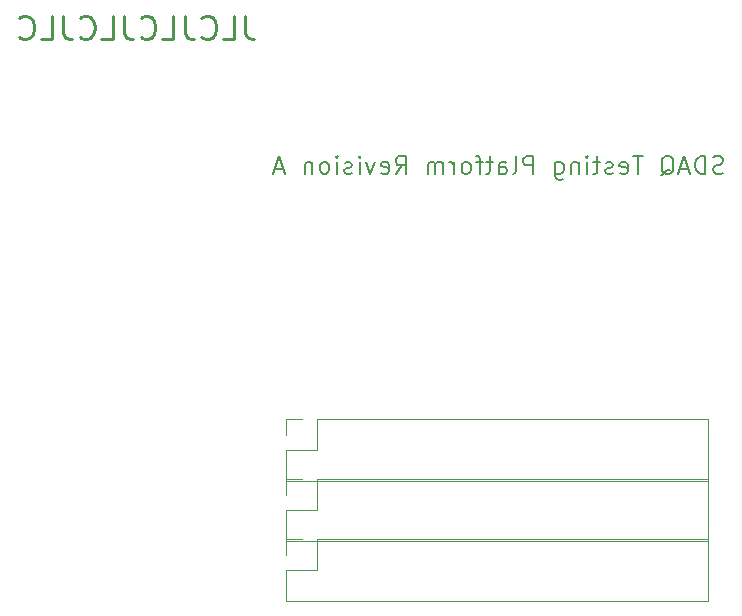
<source format=gbr>
%TF.GenerationSoftware,KiCad,Pcbnew,(5.1.9)-1*%
%TF.CreationDate,2022-02-04T12:49:55-05:00*%
%TF.ProjectId,Breadboard-Testbed,42726561-6462-46f6-9172-642d54657374,rev?*%
%TF.SameCoordinates,Original*%
%TF.FileFunction,Legend,Bot*%
%TF.FilePolarity,Positive*%
%FSLAX46Y46*%
G04 Gerber Fmt 4.6, Leading zero omitted, Abs format (unit mm)*
G04 Created by KiCad (PCBNEW (5.1.9)-1) date 2022-02-04 12:49:55*
%MOMM*%
%LPD*%
G01*
G04 APERTURE LIST*
%ADD10C,0.200000*%
%ADD11C,0.250000*%
%ADD12C,0.120000*%
G04 APERTURE END LIST*
D10*
X221656285Y-86776642D02*
X221442000Y-86848071D01*
X221084857Y-86848071D01*
X220942000Y-86776642D01*
X220870571Y-86705214D01*
X220799142Y-86562357D01*
X220799142Y-86419500D01*
X220870571Y-86276642D01*
X220942000Y-86205214D01*
X221084857Y-86133785D01*
X221370571Y-86062357D01*
X221513428Y-85990928D01*
X221584857Y-85919500D01*
X221656285Y-85776642D01*
X221656285Y-85633785D01*
X221584857Y-85490928D01*
X221513428Y-85419500D01*
X221370571Y-85348071D01*
X221013428Y-85348071D01*
X220799142Y-85419500D01*
X220156285Y-86848071D02*
X220156285Y-85348071D01*
X219799142Y-85348071D01*
X219584857Y-85419500D01*
X219442000Y-85562357D01*
X219370571Y-85705214D01*
X219299142Y-85990928D01*
X219299142Y-86205214D01*
X219370571Y-86490928D01*
X219442000Y-86633785D01*
X219584857Y-86776642D01*
X219799142Y-86848071D01*
X220156285Y-86848071D01*
X218727714Y-86419500D02*
X218013428Y-86419500D01*
X218870571Y-86848071D02*
X218370571Y-85348071D01*
X217870571Y-86848071D01*
X216370571Y-86990928D02*
X216513428Y-86919500D01*
X216656285Y-86776642D01*
X216870571Y-86562357D01*
X217013428Y-86490928D01*
X217156285Y-86490928D01*
X217084857Y-86848071D02*
X217227714Y-86776642D01*
X217370571Y-86633785D01*
X217442000Y-86348071D01*
X217442000Y-85848071D01*
X217370571Y-85562357D01*
X217227714Y-85419500D01*
X217084857Y-85348071D01*
X216799142Y-85348071D01*
X216656285Y-85419500D01*
X216513428Y-85562357D01*
X216442000Y-85848071D01*
X216442000Y-86348071D01*
X216513428Y-86633785D01*
X216656285Y-86776642D01*
X216799142Y-86848071D01*
X217084857Y-86848071D01*
X214870571Y-85348071D02*
X214013428Y-85348071D01*
X214442000Y-86848071D02*
X214442000Y-85348071D01*
X212942000Y-86776642D02*
X213084857Y-86848071D01*
X213370571Y-86848071D01*
X213513428Y-86776642D01*
X213584857Y-86633785D01*
X213584857Y-86062357D01*
X213513428Y-85919500D01*
X213370571Y-85848071D01*
X213084857Y-85848071D01*
X212942000Y-85919500D01*
X212870571Y-86062357D01*
X212870571Y-86205214D01*
X213584857Y-86348071D01*
X212299142Y-86776642D02*
X212156285Y-86848071D01*
X211870571Y-86848071D01*
X211727714Y-86776642D01*
X211656285Y-86633785D01*
X211656285Y-86562357D01*
X211727714Y-86419500D01*
X211870571Y-86348071D01*
X212084857Y-86348071D01*
X212227714Y-86276642D01*
X212299142Y-86133785D01*
X212299142Y-86062357D01*
X212227714Y-85919500D01*
X212084857Y-85848071D01*
X211870571Y-85848071D01*
X211727714Y-85919500D01*
X211227714Y-85848071D02*
X210656285Y-85848071D01*
X211013428Y-85348071D02*
X211013428Y-86633785D01*
X210942000Y-86776642D01*
X210799142Y-86848071D01*
X210656285Y-86848071D01*
X210156285Y-86848071D02*
X210156285Y-85848071D01*
X210156285Y-85348071D02*
X210227714Y-85419500D01*
X210156285Y-85490928D01*
X210084857Y-85419500D01*
X210156285Y-85348071D01*
X210156285Y-85490928D01*
X209442000Y-85848071D02*
X209442000Y-86848071D01*
X209442000Y-85990928D02*
X209370571Y-85919500D01*
X209227714Y-85848071D01*
X209013428Y-85848071D01*
X208870571Y-85919500D01*
X208799142Y-86062357D01*
X208799142Y-86848071D01*
X207442000Y-85848071D02*
X207442000Y-87062357D01*
X207513428Y-87205214D01*
X207584857Y-87276642D01*
X207727714Y-87348071D01*
X207942000Y-87348071D01*
X208084857Y-87276642D01*
X207442000Y-86776642D02*
X207584857Y-86848071D01*
X207870571Y-86848071D01*
X208013428Y-86776642D01*
X208084857Y-86705214D01*
X208156285Y-86562357D01*
X208156285Y-86133785D01*
X208084857Y-85990928D01*
X208013428Y-85919500D01*
X207870571Y-85848071D01*
X207584857Y-85848071D01*
X207442000Y-85919500D01*
X205584857Y-86848071D02*
X205584857Y-85348071D01*
X205013428Y-85348071D01*
X204870571Y-85419500D01*
X204799142Y-85490928D01*
X204727714Y-85633785D01*
X204727714Y-85848071D01*
X204799142Y-85990928D01*
X204870571Y-86062357D01*
X205013428Y-86133785D01*
X205584857Y-86133785D01*
X203870571Y-86848071D02*
X204013428Y-86776642D01*
X204084857Y-86633785D01*
X204084857Y-85348071D01*
X202656285Y-86848071D02*
X202656285Y-86062357D01*
X202727714Y-85919500D01*
X202870571Y-85848071D01*
X203156285Y-85848071D01*
X203299142Y-85919500D01*
X202656285Y-86776642D02*
X202799142Y-86848071D01*
X203156285Y-86848071D01*
X203299142Y-86776642D01*
X203370571Y-86633785D01*
X203370571Y-86490928D01*
X203299142Y-86348071D01*
X203156285Y-86276642D01*
X202799142Y-86276642D01*
X202656285Y-86205214D01*
X202156285Y-85848071D02*
X201584857Y-85848071D01*
X201942000Y-85348071D02*
X201942000Y-86633785D01*
X201870571Y-86776642D01*
X201727714Y-86848071D01*
X201584857Y-86848071D01*
X201299142Y-85848071D02*
X200727714Y-85848071D01*
X201084857Y-86848071D02*
X201084857Y-85562357D01*
X201013428Y-85419500D01*
X200870571Y-85348071D01*
X200727714Y-85348071D01*
X200013428Y-86848071D02*
X200156285Y-86776642D01*
X200227714Y-86705214D01*
X200299142Y-86562357D01*
X200299142Y-86133785D01*
X200227714Y-85990928D01*
X200156285Y-85919500D01*
X200013428Y-85848071D01*
X199799142Y-85848071D01*
X199656285Y-85919500D01*
X199584857Y-85990928D01*
X199513428Y-86133785D01*
X199513428Y-86562357D01*
X199584857Y-86705214D01*
X199656285Y-86776642D01*
X199799142Y-86848071D01*
X200013428Y-86848071D01*
X198870571Y-86848071D02*
X198870571Y-85848071D01*
X198870571Y-86133785D02*
X198799142Y-85990928D01*
X198727714Y-85919500D01*
X198584857Y-85848071D01*
X198442000Y-85848071D01*
X197942000Y-86848071D02*
X197942000Y-85848071D01*
X197942000Y-85990928D02*
X197870571Y-85919500D01*
X197727714Y-85848071D01*
X197513428Y-85848071D01*
X197370571Y-85919500D01*
X197299142Y-86062357D01*
X197299142Y-86848071D01*
X197299142Y-86062357D02*
X197227714Y-85919500D01*
X197084857Y-85848071D01*
X196870571Y-85848071D01*
X196727714Y-85919500D01*
X196656285Y-86062357D01*
X196656285Y-86848071D01*
X193942000Y-86848071D02*
X194442000Y-86133785D01*
X194799142Y-86848071D02*
X194799142Y-85348071D01*
X194227714Y-85348071D01*
X194084857Y-85419500D01*
X194013428Y-85490928D01*
X193942000Y-85633785D01*
X193942000Y-85848071D01*
X194013428Y-85990928D01*
X194084857Y-86062357D01*
X194227714Y-86133785D01*
X194799142Y-86133785D01*
X192727714Y-86776642D02*
X192870571Y-86848071D01*
X193156285Y-86848071D01*
X193299142Y-86776642D01*
X193370571Y-86633785D01*
X193370571Y-86062357D01*
X193299142Y-85919500D01*
X193156285Y-85848071D01*
X192870571Y-85848071D01*
X192727714Y-85919500D01*
X192656285Y-86062357D01*
X192656285Y-86205214D01*
X193370571Y-86348071D01*
X192156285Y-85848071D02*
X191799142Y-86848071D01*
X191442000Y-85848071D01*
X190870571Y-86848071D02*
X190870571Y-85848071D01*
X190870571Y-85348071D02*
X190942000Y-85419500D01*
X190870571Y-85490928D01*
X190799142Y-85419500D01*
X190870571Y-85348071D01*
X190870571Y-85490928D01*
X190227714Y-86776642D02*
X190084857Y-86848071D01*
X189799142Y-86848071D01*
X189656285Y-86776642D01*
X189584857Y-86633785D01*
X189584857Y-86562357D01*
X189656285Y-86419500D01*
X189799142Y-86348071D01*
X190013428Y-86348071D01*
X190156285Y-86276642D01*
X190227714Y-86133785D01*
X190227714Y-86062357D01*
X190156285Y-85919500D01*
X190013428Y-85848071D01*
X189799142Y-85848071D01*
X189656285Y-85919500D01*
X188942000Y-86848071D02*
X188942000Y-85848071D01*
X188942000Y-85348071D02*
X189013428Y-85419500D01*
X188942000Y-85490928D01*
X188870571Y-85419500D01*
X188942000Y-85348071D01*
X188942000Y-85490928D01*
X188013428Y-86848071D02*
X188156285Y-86776642D01*
X188227714Y-86705214D01*
X188299142Y-86562357D01*
X188299142Y-86133785D01*
X188227714Y-85990928D01*
X188156285Y-85919500D01*
X188013428Y-85848071D01*
X187799142Y-85848071D01*
X187656285Y-85919500D01*
X187584857Y-85990928D01*
X187513428Y-86133785D01*
X187513428Y-86562357D01*
X187584857Y-86705214D01*
X187656285Y-86776642D01*
X187799142Y-86848071D01*
X188013428Y-86848071D01*
X186870571Y-85848071D02*
X186870571Y-86848071D01*
X186870571Y-85990928D02*
X186799142Y-85919500D01*
X186656285Y-85848071D01*
X186442000Y-85848071D01*
X186299142Y-85919500D01*
X186227714Y-86062357D01*
X186227714Y-86848071D01*
X184442000Y-86419500D02*
X183727714Y-86419500D01*
X184584857Y-86848071D02*
X184084857Y-85348071D01*
X183584857Y-86848071D01*
D11*
X181196095Y-73453761D02*
X181196095Y-74882333D01*
X181291333Y-75168047D01*
X181481809Y-75358523D01*
X181767523Y-75453761D01*
X181958000Y-75453761D01*
X179291333Y-75453761D02*
X180243714Y-75453761D01*
X180243714Y-73453761D01*
X177481809Y-75263285D02*
X177577047Y-75358523D01*
X177862761Y-75453761D01*
X178053238Y-75453761D01*
X178338952Y-75358523D01*
X178529428Y-75168047D01*
X178624666Y-74977571D01*
X178719904Y-74596619D01*
X178719904Y-74310904D01*
X178624666Y-73929952D01*
X178529428Y-73739476D01*
X178338952Y-73549000D01*
X178053238Y-73453761D01*
X177862761Y-73453761D01*
X177577047Y-73549000D01*
X177481809Y-73644238D01*
X176053238Y-73453761D02*
X176053238Y-74882333D01*
X176148476Y-75168047D01*
X176338952Y-75358523D01*
X176624666Y-75453761D01*
X176815142Y-75453761D01*
X174148476Y-75453761D02*
X175100857Y-75453761D01*
X175100857Y-73453761D01*
X172338952Y-75263285D02*
X172434190Y-75358523D01*
X172719904Y-75453761D01*
X172910380Y-75453761D01*
X173196095Y-75358523D01*
X173386571Y-75168047D01*
X173481809Y-74977571D01*
X173577047Y-74596619D01*
X173577047Y-74310904D01*
X173481809Y-73929952D01*
X173386571Y-73739476D01*
X173196095Y-73549000D01*
X172910380Y-73453761D01*
X172719904Y-73453761D01*
X172434190Y-73549000D01*
X172338952Y-73644238D01*
X170910380Y-73453761D02*
X170910380Y-74882333D01*
X171005619Y-75168047D01*
X171196095Y-75358523D01*
X171481809Y-75453761D01*
X171672285Y-75453761D01*
X169005619Y-75453761D02*
X169958000Y-75453761D01*
X169958000Y-73453761D01*
X167196095Y-75263285D02*
X167291333Y-75358523D01*
X167577047Y-75453761D01*
X167767523Y-75453761D01*
X168053238Y-75358523D01*
X168243714Y-75168047D01*
X168338952Y-74977571D01*
X168434190Y-74596619D01*
X168434190Y-74310904D01*
X168338952Y-73929952D01*
X168243714Y-73739476D01*
X168053238Y-73549000D01*
X167767523Y-73453761D01*
X167577047Y-73453761D01*
X167291333Y-73549000D01*
X167196095Y-73644238D01*
X165767523Y-73453761D02*
X165767523Y-74882333D01*
X165862761Y-75168047D01*
X166053238Y-75358523D01*
X166338952Y-75453761D01*
X166529428Y-75453761D01*
X163862761Y-75453761D02*
X164815142Y-75453761D01*
X164815142Y-73453761D01*
X162053238Y-75263285D02*
X162148476Y-75358523D01*
X162434190Y-75453761D01*
X162624666Y-75453761D01*
X162910380Y-75358523D01*
X163100857Y-75168047D01*
X163196095Y-74977571D01*
X163291333Y-74596619D01*
X163291333Y-74310904D01*
X163196095Y-73929952D01*
X163100857Y-73739476D01*
X162910380Y-73549000D01*
X162624666Y-73453761D01*
X162434190Y-73453761D01*
X162148476Y-73549000D01*
X162053238Y-73644238D01*
D12*
%TO.C,J3*%
X184660000Y-107625000D02*
X184660000Y-108955000D01*
X185990000Y-107625000D02*
X184660000Y-107625000D01*
X184660000Y-110225000D02*
X184660000Y-112825000D01*
X187260000Y-110225000D02*
X184660000Y-110225000D01*
X187260000Y-107625000D02*
X187260000Y-110225000D01*
X184660000Y-112825000D02*
X220340000Y-112825000D01*
X187260000Y-107625000D02*
X220340000Y-107625000D01*
X220340000Y-107625000D02*
X220340000Y-112825000D01*
%TO.C,J4*%
X220340000Y-112705000D02*
X220340000Y-117905000D01*
X187260000Y-112705000D02*
X220340000Y-112705000D01*
X184660000Y-117905000D02*
X220340000Y-117905000D01*
X187260000Y-112705000D02*
X187260000Y-115305000D01*
X187260000Y-115305000D02*
X184660000Y-115305000D01*
X184660000Y-115305000D02*
X184660000Y-117905000D01*
X185990000Y-112705000D02*
X184660000Y-112705000D01*
X184660000Y-112705000D02*
X184660000Y-114035000D01*
%TO.C,J6*%
X184660000Y-117785000D02*
X184660000Y-119115000D01*
X185990000Y-117785000D02*
X184660000Y-117785000D01*
X184660000Y-120385000D02*
X184660000Y-122985000D01*
X187260000Y-120385000D02*
X184660000Y-120385000D01*
X187260000Y-117785000D02*
X187260000Y-120385000D01*
X184660000Y-122985000D02*
X220340000Y-122985000D01*
X187260000Y-117785000D02*
X220340000Y-117785000D01*
X220340000Y-117785000D02*
X220340000Y-122985000D01*
%TD*%
M02*

</source>
